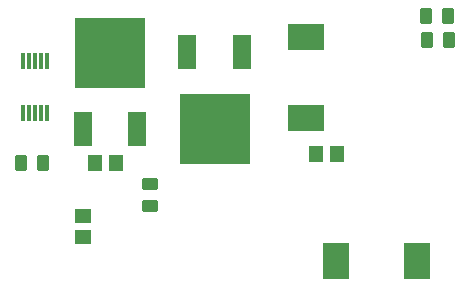
<source format=gbp>
G04*
G04 #@! TF.GenerationSoftware,Altium Limited,Altium Designer,22.0.2 (36)*
G04*
G04 Layer_Color=128*
%FSLAX25Y25*%
%MOIN*%
G70*
G04*
G04 #@! TF.SameCoordinates,5F5B6C63-6FB6-4E28-9BE5-C2605847C7C1*
G04*
G04*
G04 #@! TF.FilePolarity,Positive*
G04*
G01*
G75*
G04:AMPARAMS|DCode=21|XSize=39.37mil|YSize=55.91mil|CornerRadius=4.92mil|HoleSize=0mil|Usage=FLASHONLY|Rotation=90.000|XOffset=0mil|YOffset=0mil|HoleType=Round|Shape=RoundedRectangle|*
%AMROUNDEDRECTD21*
21,1,0.03937,0.04606,0,0,90.0*
21,1,0.02953,0.05591,0,0,90.0*
1,1,0.00984,0.02303,0.01476*
1,1,0.00984,0.02303,-0.01476*
1,1,0.00984,-0.02303,-0.01476*
1,1,0.00984,-0.02303,0.01476*
%
%ADD21ROUNDEDRECTD21*%
%ADD24R,0.12284X0.09016*%
%ADD25R,0.04528X0.05709*%
%ADD26R,0.05709X0.04528*%
%ADD57R,0.06299X0.11811*%
%ADD58R,0.23622X0.23622*%
G04:AMPARAMS|DCode=61|XSize=39.37mil|YSize=55.91mil|CornerRadius=4.92mil|HoleSize=0mil|Usage=FLASHONLY|Rotation=0.000|XOffset=0mil|YOffset=0mil|HoleType=Round|Shape=RoundedRectangle|*
%AMROUNDEDRECTD61*
21,1,0.03937,0.04606,0,0,0.0*
21,1,0.02953,0.05591,0,0,0.0*
1,1,0.00984,0.01476,-0.02303*
1,1,0.00984,-0.01476,-0.02303*
1,1,0.00984,-0.01476,0.02303*
1,1,0.00984,0.01476,0.02303*
%
%ADD61ROUNDEDRECTD61*%
%ADD62R,0.09016X0.12284*%
%ADD63R,0.01181X0.05512*%
D21*
X51000Y68819D02*
D03*
Y76181D02*
D03*
D24*
X103000Y98000D02*
D03*
Y125008D02*
D03*
D25*
X106236Y86000D02*
D03*
X113323D02*
D03*
X32457Y83000D02*
D03*
X39543D02*
D03*
D26*
X28500Y65543D02*
D03*
Y58457D02*
D03*
D57*
X81500Y120000D02*
D03*
X63390D02*
D03*
X46555Y94268D02*
D03*
X28445D02*
D03*
D58*
X72445Y94410D02*
D03*
X37500Y119858D02*
D03*
D61*
X143319Y124000D02*
D03*
X150681D02*
D03*
X150362Y132000D02*
D03*
X143000D02*
D03*
X15181Y83000D02*
D03*
X7819D02*
D03*
D62*
X140004Y50500D02*
D03*
X112996D02*
D03*
D63*
X16437Y117161D02*
D03*
X14469D02*
D03*
X12500D02*
D03*
X10531D02*
D03*
X8563D02*
D03*
Y99839D02*
D03*
X10531D02*
D03*
X12500D02*
D03*
X14469D02*
D03*
X16437D02*
D03*
M02*

</source>
